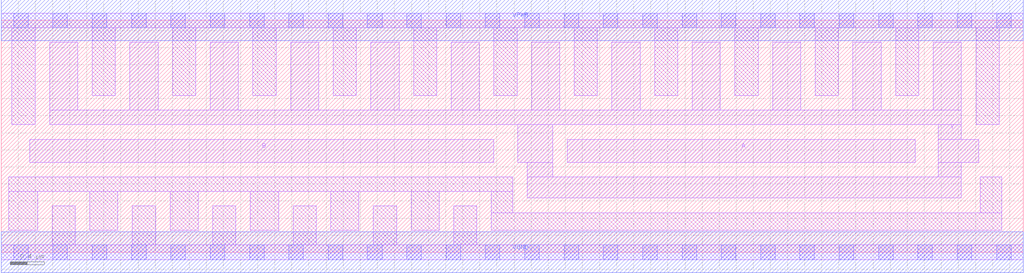
<source format=lef>
# Copyright 2020 The SkyWater PDK Authors
#
# Licensed under the Apache License, Version 2.0 (the "License");
# you may not use this file except in compliance with the License.
# You may obtain a copy of the License at
#
#     https://www.apache.org/licenses/LICENSE-2.0
#
# Unless required by applicable law or agreed to in writing, software
# distributed under the License is distributed on an "AS IS" BASIS,
# WITHOUT WARRANTIES OR CONDITIONS OF ANY KIND, either express or implied.
# See the License for the specific language governing permissions and
# limitations under the License.
#
# SPDX-License-Identifier: Apache-2.0

VERSION 5.7 ;
BUSBITCHARS "[]" ;
DIVIDERCHAR "/" ;
PROPERTYDEFINITIONS
  MACRO maskLayoutSubType STRING ;
  MACRO prCellType STRING ;
  MACRO originalViewName STRING ;
END PROPERTYDEFINITIONS
MACRO sky130_fd_sc_hdll__nand2_12
  ORIGIN  0.000000  0.000000 ;
  CLASS CORE ;
  SYMMETRY X Y R90 ;
  SIZE  11.96000 BY  2.720000 ;
  SITE unithd ;
  PIN A
    ANTENNAGATEAREA  3.330000 ;
    DIRECTION INPUT ;
    USE SIGNAL ;
    PORT
      LAYER li1 ;
        RECT 6.625000 1.055000 10.695000 1.325000 ;
    END
  END A
  PIN B
    ANTENNAGATEAREA  3.330000 ;
    DIRECTION INPUT ;
    USE SIGNAL ;
    PORT
      LAYER li1 ;
        RECT 0.335000 1.055000 5.765000 1.325000 ;
    END
  END B
  PIN VGND
    DIRECTION INOUT ;
    USE SIGNAL ;
    PORT
      LAYER met1 ;
        RECT 0.000000 -0.240000 11.960000 0.240000 ;
    END
  END VGND
  PIN VPWR
    DIRECTION INOUT ;
    USE SIGNAL ;
    PORT
      LAYER met1 ;
        RECT 0.000000 2.480000 11.960000 2.960000 ;
    END
  END VPWR
  PIN Y
    ANTENNADIFFAREA  4.858000 ;
    DIRECTION OUTPUT ;
    USE SIGNAL ;
    PORT
      LAYER li1 ;
        RECT  0.565000 1.495000 11.235000 1.665000 ;
        RECT  0.565000 1.665000  0.895000 2.465000 ;
        RECT  1.505000 1.665000  1.835000 2.465000 ;
        RECT  2.445000 1.665000  2.775000 2.465000 ;
        RECT  3.385000 1.665000  3.715000 2.465000 ;
        RECT  4.325000 1.665000  4.655000 2.465000 ;
        RECT  5.265000 1.665000  5.595000 2.465000 ;
        RECT  6.045000 1.055000  6.455000 1.495000 ;
        RECT  6.155000 0.635000 11.235000 0.885000 ;
        RECT  6.155000 0.885000  6.455000 1.055000 ;
        RECT  6.205000 1.665000  6.535000 2.465000 ;
        RECT  7.145000 1.665000  7.475000 2.465000 ;
        RECT  8.085000 1.665000  8.415000 2.465000 ;
        RECT  9.025000 1.665000  9.355000 2.465000 ;
        RECT  9.965000 1.665000 10.295000 2.465000 ;
        RECT 10.905000 1.665000 11.235000 2.465000 ;
        RECT 10.965000 0.885000 11.235000 1.055000 ;
        RECT 10.965000 1.055000 11.435000 1.325000 ;
        RECT 10.965000 1.325000 11.235000 1.495000 ;
    END
  END Y
  OBS
    LAYER li1 ;
      RECT  0.000000 -0.085000 11.960000 0.085000 ;
      RECT  0.000000  2.635000 11.960000 2.805000 ;
      RECT  0.090000  0.255000  0.425000 0.715000 ;
      RECT  0.090000  0.715000  5.985000 0.885000 ;
      RECT  0.125000  1.495000  0.395000 2.635000 ;
      RECT  0.595000  0.085000  0.865000 0.545000 ;
      RECT  1.035000  0.255000  1.365000 0.715000 ;
      RECT  1.065000  1.835000  1.335000 2.635000 ;
      RECT  1.535000  0.085000  1.805000 0.545000 ;
      RECT  1.975000  0.255000  2.305000 0.715000 ;
      RECT  2.005000  1.835000  2.275000 2.635000 ;
      RECT  2.475000  0.085000  2.745000 0.545000 ;
      RECT  2.915000  0.255000  3.245000 0.715000 ;
      RECT  2.945000  1.835000  3.215000 2.635000 ;
      RECT  3.415000  0.085000  3.685000 0.545000 ;
      RECT  3.855000  0.255000  4.185000 0.715000 ;
      RECT  3.885000  1.835000  4.155000 2.635000 ;
      RECT  4.355000  0.085000  4.625000 0.545000 ;
      RECT  4.795000  0.255000  5.125000 0.715000 ;
      RECT  4.825000  1.835000  5.095000 2.635000 ;
      RECT  5.295000  0.085000  5.565000 0.545000 ;
      RECT  5.735000  0.255000 11.705000 0.465000 ;
      RECT  5.735000  0.465000  5.985000 0.715000 ;
      RECT  5.765000  1.835000  6.035000 2.635000 ;
      RECT  6.705000  1.835000  6.975000 2.635000 ;
      RECT  7.645000  1.835000  7.915000 2.635000 ;
      RECT  8.585000  1.835000  8.855000 2.635000 ;
      RECT  9.525000  1.835000  9.795000 2.635000 ;
      RECT 10.465000  1.835000 10.735000 2.635000 ;
      RECT 11.405000  1.495000 11.675000 2.635000 ;
      RECT 11.455000  0.465000 11.705000 0.885000 ;
    LAYER mcon ;
      RECT  0.145000 -0.085000  0.315000 0.085000 ;
      RECT  0.145000  2.635000  0.315000 2.805000 ;
      RECT  0.605000 -0.085000  0.775000 0.085000 ;
      RECT  0.605000  2.635000  0.775000 2.805000 ;
      RECT  1.065000 -0.085000  1.235000 0.085000 ;
      RECT  1.065000  2.635000  1.235000 2.805000 ;
      RECT  1.525000 -0.085000  1.695000 0.085000 ;
      RECT  1.525000  2.635000  1.695000 2.805000 ;
      RECT  1.985000 -0.085000  2.155000 0.085000 ;
      RECT  1.985000  2.635000  2.155000 2.805000 ;
      RECT  2.445000 -0.085000  2.615000 0.085000 ;
      RECT  2.445000  2.635000  2.615000 2.805000 ;
      RECT  2.905000 -0.085000  3.075000 0.085000 ;
      RECT  2.905000  2.635000  3.075000 2.805000 ;
      RECT  3.365000 -0.085000  3.535000 0.085000 ;
      RECT  3.365000  2.635000  3.535000 2.805000 ;
      RECT  3.825000 -0.085000  3.995000 0.085000 ;
      RECT  3.825000  2.635000  3.995000 2.805000 ;
      RECT  4.285000 -0.085000  4.455000 0.085000 ;
      RECT  4.285000  2.635000  4.455000 2.805000 ;
      RECT  4.745000 -0.085000  4.915000 0.085000 ;
      RECT  4.745000  2.635000  4.915000 2.805000 ;
      RECT  5.205000 -0.085000  5.375000 0.085000 ;
      RECT  5.205000  2.635000  5.375000 2.805000 ;
      RECT  5.665000 -0.085000  5.835000 0.085000 ;
      RECT  5.665000  2.635000  5.835000 2.805000 ;
      RECT  6.125000 -0.085000  6.295000 0.085000 ;
      RECT  6.125000  2.635000  6.295000 2.805000 ;
      RECT  6.585000 -0.085000  6.755000 0.085000 ;
      RECT  6.585000  2.635000  6.755000 2.805000 ;
      RECT  7.045000 -0.085000  7.215000 0.085000 ;
      RECT  7.045000  2.635000  7.215000 2.805000 ;
      RECT  7.505000 -0.085000  7.675000 0.085000 ;
      RECT  7.505000  2.635000  7.675000 2.805000 ;
      RECT  7.965000 -0.085000  8.135000 0.085000 ;
      RECT  7.965000  2.635000  8.135000 2.805000 ;
      RECT  8.425000 -0.085000  8.595000 0.085000 ;
      RECT  8.425000  2.635000  8.595000 2.805000 ;
      RECT  8.885000 -0.085000  9.055000 0.085000 ;
      RECT  8.885000  2.635000  9.055000 2.805000 ;
      RECT  9.345000 -0.085000  9.515000 0.085000 ;
      RECT  9.345000  2.635000  9.515000 2.805000 ;
      RECT  9.805000 -0.085000  9.975000 0.085000 ;
      RECT  9.805000  2.635000  9.975000 2.805000 ;
      RECT 10.265000 -0.085000 10.435000 0.085000 ;
      RECT 10.265000  2.635000 10.435000 2.805000 ;
      RECT 10.725000 -0.085000 10.895000 0.085000 ;
      RECT 10.725000  2.635000 10.895000 2.805000 ;
      RECT 11.185000 -0.085000 11.355000 0.085000 ;
      RECT 11.185000  2.635000 11.355000 2.805000 ;
      RECT 11.645000 -0.085000 11.815000 0.085000 ;
      RECT 11.645000  2.635000 11.815000 2.805000 ;
  END
  PROPERTY maskLayoutSubType "abstract" ;
  PROPERTY prCellType "standard" ;
  PROPERTY originalViewName "layout" ;
END sky130_fd_sc_hdll__nand2_12

</source>
